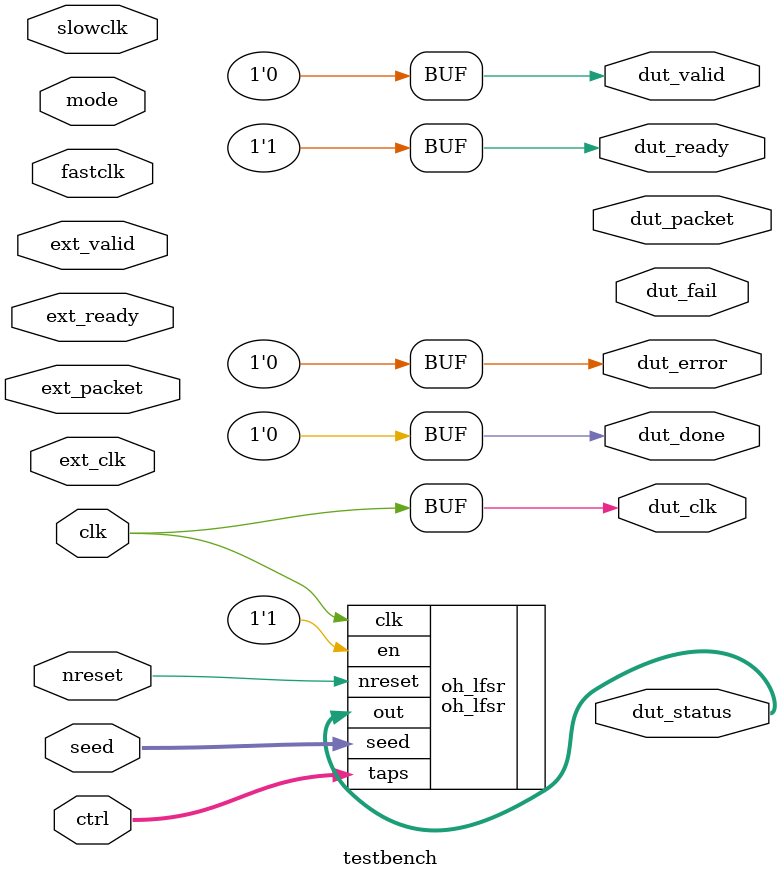
<source format=v>


module testbench
  #(parameter PW        = 256,         // packet total width
    parameter CW        = 16,          // packet control width
    parameter N         = 32,          // ctrl/status width
    parameter DEPTH     = 8192,        // simulus memory depth
    parameter TARGET    = "DEFAULT",   // physical synthesis/sim target
    parameter FILENAME  = "NONE"     // Simulus hexfile for $readmemh
    )
   (
    // control signals to drive
    input 	    nreset, // async active low reset
    input 	    clk, // core clock
    input 	    fastclk, // fast clock
    input 	    slowclk, //slow clock
    input [2:0]     mode, //0=load,1=go,2=bypass,3=rng
    input [N-1:0]   ctrl, // generic ctrl vector
    input [N-1:0]   seed, // seed(s) for rng
    // external write interface
    input 	    ext_clk, //ext packet clock
    input 	    ext_valid, // ext valid signal
    input [PW-1:0]  ext_packet, // ext packet
    input 	    ext_ready, // external ready to receive
    // dut response packets
    output 	    dut_clk, // due packet clock
    output 	    dut_valid, //dut packet valid signal
    output [PW-1:0] dut_packet, // dut packet to drive
    output 	    dut_ready, // dut is ready for packet
    // dut status interface
    output [N-1:0]  dut_status, // generic status vector
    output 	    dut_error,// dut error flag (leads to failure)
    output 	    dut_done, // test done
    output 	    dut_fail  // test failed
    );

   //#################################
   // LOCAL WIRES
   //#################################

   /*AUTOWIRE*/
   /*AUTOINPUT*/

   //#################################
   // DUT LOGIC
   //#################################

   assign dut_ready  = 1'b1;
   assign dut_error  = 1'b0;
   assign dut_done   = 1'b0;
   assign dut_valid  = 1'b0;
   assign dut_clk    = clk;

   oh_lfsr #(.N(N))
   oh_lfsr (// outputs
	    .out      (dut_status[N-1:0] ),
	    // inputs
	    .taps     (ctrl[N-1:0]),
	    .seed     (seed[N-1:0]),
	    .en	      (1'b1),
	    .clk      (clk),
	    .nreset   (nreset));

endmodule // tb
// Local Variables:
// verilog-library-directories:("." "../rtl")
// End:

</source>
